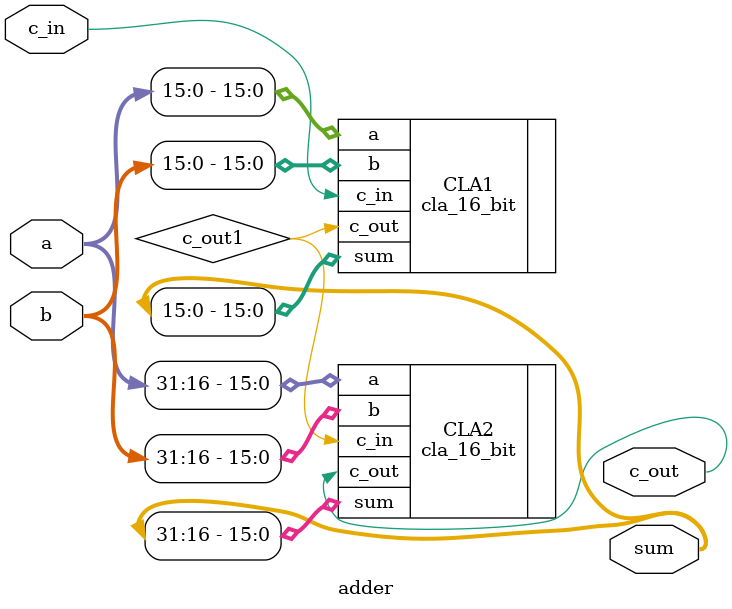
<source format=v>
/*
/////////////////////////////////////////////
//// COA LAB Assignment 6                ////
//// Group Number 23                     ////
//// Ashwani Kumar Kamal (20CS10011)     ////
//// Astitva (20CS30007)                 ////
/////////////////////////////////////////////
*/

`timescale 1ns / 1ps

// adder module
module adder (
    input [31:0] a,
    input [31:0] b,
    input c_in,
    output [31:0] sum,
    output c_out
);
    wire c_out1;  
    cla_16_bit CLA1 (.a(a[15:0]), .b(b[15:0]), .c_in(c_in), .sum(sum[15:0]), .c_out(c_out1));
    cla_16_bit CLA2 (.a(a[31:16]), .b(b[31:16]), .c_in(c_out1), .sum(sum[31:16]), .c_out(c_out));
endmodule

</source>
